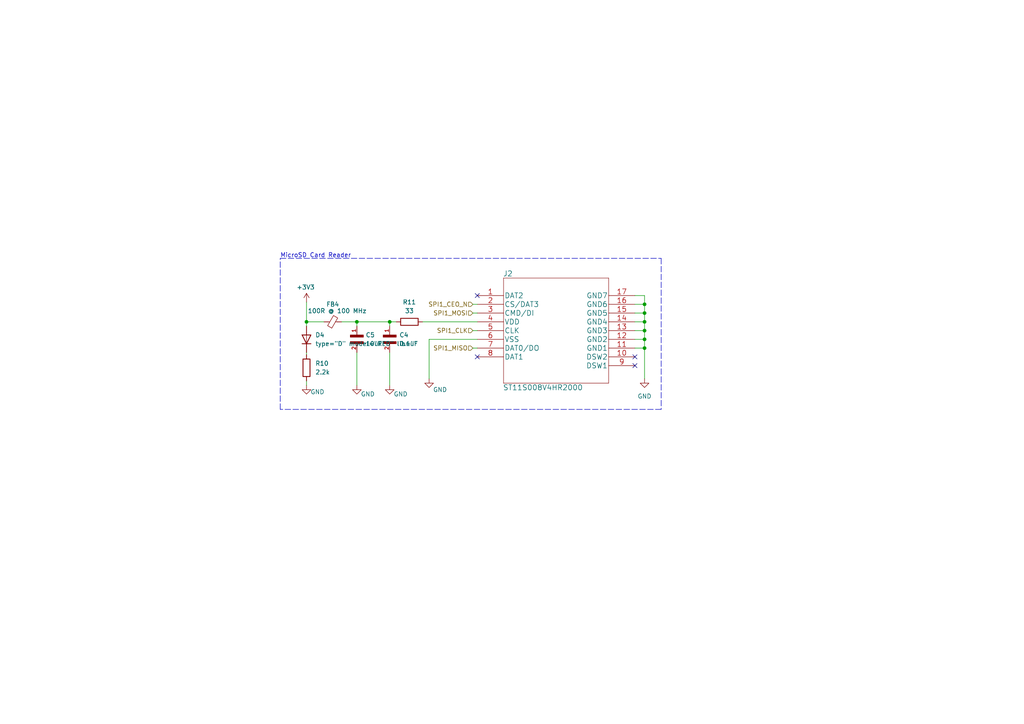
<source format=kicad_sch>
(kicad_sch (version 20211123) (generator eeschema)
  (paper "A4")
  (lib_symbols
    (symbol "Buffer:ST11S008V4HR2000" (pin_names (offset 0.254))
      (property "Reference" "J2" (at 22.86 10.414 0))
      (property "Value" "ST11S008V4HR2000" (at 22.86 6.604 0))
      (symbol "ST11S008V4HR2000_1_1"
        (polyline (pts (xy 7.62 -25.4) (xy 38.1 -25.4)) (stroke (width 0.127)))
        (polyline (pts (xy 7.62 5.08) (xy 7.62 -25.4)) (stroke (width 0.127)))
        (polyline (pts (xy 38.1 -25.4) (xy 38.1 5.08)) (stroke (width 0.127)))
        (polyline (pts (xy 38.1 5.08) (xy 7.62 5.08)) (stroke (width 0.127)))
        (pin bidirectional line (at 0 0 0) (length 7.62) (name "DAT2") (number "1"))
        (pin bidirectional line (at 45.72 -17.78 180) (length 7.62) (name "DSW2") (number "10"))
        (pin power_in line (at 45.72 -15.24 180) (length 7.62) (name "GND1") (number "11"))
        (pin power_in line (at 45.72 -12.7 180) (length 7.62) (name "GND2") (number "12"))
        (pin power_in line (at 45.72 -10.16 180) (length 7.62) (name "GND3") (number "13"))
        (pin power_in line (at 45.72 -7.62 180) (length 7.62) (name "GND4") (number "14"))
        (pin power_in line (at 45.72 -5.08 180) (length 7.62) (name "GND5") (number "15"))
        (pin power_in line (at 45.72 -2.54 180) (length 7.62) (name "GND6") (number "16"))
        (pin power_in line (at 45.72 0 180) (length 7.62) (name "GND7") (number "17"))
        (pin unspecified line (at 0 -2.54 0) (length 7.62) (name "CS/DAT3") (number "2"))
        (pin unspecified line (at 0 -5.08 0) (length 7.62) (name "CMD/DI") (number "3"))
        (pin power_in line (at 0 -7.62 0) (length 7.62) (name "VDD") (number "4"))
        (pin unspecified line (at 0 -10.16 0) (length 7.62) (name "CLK") (number "5"))
        (pin power_in line (at 0 -12.7 0) (length 7.62) (name "VSS") (number "6"))
        (pin bidirectional line (at 0 -15.24 0) (length 7.62) (name "DAT0/DO") (number "7"))
        (pin bidirectional line (at 0 -17.78 0) (length 7.62) (name "DAT1") (number "8"))
        (pin bidirectional line (at 45.72 -20.32 180) (length 7.62) (name "DSW1") (number "9"))
      )
    )
    (symbol "Daughterboard_Symbols:CL10B104KB8NNNL" (pin_names (offset 1.016) hide)
      (property "Reference" "C" (at 0 3.81 0))
      (property "Value" "CL10B104KB8NNNL" (at 0 -5.08 0))
      (symbol "CL10B104KB8NNNL_0_0"
        (rectangle (start 0 -1.905) (end 0.635 1.905) (fill (type outline)))
        (rectangle (start 1.905 -1.905) (end 2.54 1.905) (fill (type outline)))
        (pin passive line (at -2.54 0 0) (length 2.54) (name "~") (number "1"))
        (pin passive line (at 5.08 0 180) (length 2.54) (name "~") (number "2"))
      )
    )
    (symbol "Device:FerriteBead_Small" (pin_numbers hide) (pin_names (offset 0))
      (property "Reference" "FB" (at 1.905 1.27 0))
      (property "Value" "FerriteBead_Small" (at 1.905 -1.27 0))
      (symbol "FerriteBead_Small_0_1"
        (polyline (pts (xy 0 -1.27) (xy 0 -0.7874)))
        (polyline (pts (xy 0 0.889) (xy 0 1.2954)))
        (polyline (pts (xy -1.8288 0.2794) (xy -1.1176 1.4986) (xy 1.8288 -0.2032) (xy 1.1176 -1.4224) (xy -1.8288 0.2794)))
      )
      (symbol "FerriteBead_Small_1_1"
        (pin passive line (at 0 2.54 270) (length 1.27) (name "~") (number "1"))
        (pin passive line (at 0 -2.54 90) (length 1.27) (name "~") (number "2"))
      )
    )
    (symbol "Device:R" (pin_numbers hide) (pin_names (offset 0))
      (property "Reference" "R" (at 2.032 0 90))
      (property "Value" "R" (at 0 0 90))
      (symbol "R_0_1"
        (rectangle (start -1.016 -2.54) (end 1.016 2.54) (stroke (width 0.254)))
      )
      (symbol "R_1_1"
        (pin passive line (at 0 3.81 270) (length 1.27) (name "~") (number "1"))
        (pin passive line (at 0 -3.81 90) (length 1.27) (name "~") (number "2"))
      )
    )
    (symbol "Imported_OBC_Library:+3.3V" (power) (pin_names (offset 0))
      (property "Value" "+3.3V" (at 0 3.556 0))
      (symbol "+3.3V_0_1"
        (polyline (pts (xy -0.762 1.27) (xy 0 2.54)))
        (polyline (pts (xy 0 0) (xy 0 2.54)))
        (polyline (pts (xy 0 2.54) (xy 0.762 1.27)))
      )
      (symbol "+3.3V_1_1"
        (pin power_in line (at 0 0 90) (length 0) hide (name "+3V3") (number "1"))
      )
    )
    (symbol "Simulation_SPICE:DIODE" (pin_numbers hide) (pin_names (offset 1.016) hide)
      (property "Reference" "D" (at 0 2.54 0))
      (property "Value" "DIODE" (at 0 -2.54 0))
      (symbol "DIODE_0_1"
        (polyline (pts (xy 1.27 0) (xy -1.27 0)))
        (polyline (pts (xy 1.27 1.27) (xy 1.27 -1.27)) (stroke (width 0.254)))
        (polyline (pts (xy -1.27 -1.27) (xy -1.27 1.27) (xy 1.27 0) (xy -1.27 -1.27)) (stroke (width 0.254)))
      )
      (symbol "DIODE_1_1"
        (pin passive line (at -3.81 0 0) (length 2.54) (name "A") (number "1"))
        (pin passive line (at 3.81 0 180) (length 2.54) (name "K") (number "2"))
      )
    )
    (symbol "power:GND" (power) (pin_names (offset 0))
      (property "Value" "GND" (at 0 -3.81 0))
      (symbol "GND_0_1"
        (polyline (pts (xy 0 0) (xy 0 -1.27) (xy 1.27 -1.27) (xy 0 -2.54) (xy -1.27 -1.27) (xy 0 -1.27)))
      )
      (symbol "GND_1_1"
        (pin power_in line (at 0 0 270) (length 0) hide (name "GND") (number "1"))
      )
    )
  )
  (junction (at 113.03 93.345))
  (junction (at 186.944 90.805))
  (junction (at 186.944 88.265))
  (junction (at 186.944 93.345))
  (junction (at 186.944 98.425))
  (junction (at 186.944 100.965))
  (junction (at 186.944 95.885))
  (junction (at 88.9 93.345))
  (junction (at 103.505 93.345))
  (no_connect (at 184.15 103.505))
  (no_connect (at 184.15 106.045))
  (no_connect (at 138.43 85.725))
  (no_connect (at 138.43 103.505))
  (polyline (pts (xy 191.77 74.93) (xy 191.77 118.745)))
  (polyline (pts (xy 81.28 74.93) (xy 191.77 74.93)))
  (wire (pts (xy 137.16 100.965) (xy 138.43 100.965)))
  (wire (pts (xy 113.03 93.345) (xy 114.935 93.345)))
  (wire (pts (xy 103.505 93.345) (xy 103.505 94.615)))
  (wire (pts (xy 122.555 93.345) (xy 138.43 93.345)))
  (wire (pts (xy 103.505 93.345) (xy 113.03 93.345)))
  (wire (pts (xy 186.944 98.425) (xy 186.944 100.965)))
  (wire (pts (xy 186.944 88.265) (xy 186.944 90.805)))
  (wire (pts (xy 88.9 93.345) (xy 93.98 93.345)))
  (polyline (pts (xy 81.28 118.745) (xy 81.28 74.93)))
  (wire (pts (xy 99.06 93.345) (xy 103.505 93.345)))
  (wire (pts (xy 137.16 90.805) (xy 138.43 90.805)))
  (wire (pts (xy 184.15 90.805) (xy 186.944 90.805)))
  (wire (pts (xy 113.03 93.345) (xy 113.03 94.615)))
  (wire (pts (xy 88.9 93.345) (xy 88.9 94.615)))
  (wire (pts (xy 184.15 88.265) (xy 186.944 88.265)))
  (polyline (pts (xy 191.77 118.745) (xy 81.28 118.745)))
  (wire (pts (xy 186.944 85.725) (xy 186.944 88.265)))
  (wire (pts (xy 137.16 95.885) (xy 138.43 95.885)))
  (wire (pts (xy 88.9 87.63) (xy 88.9 93.345)))
  (wire (pts (xy 186.944 90.805) (xy 186.944 93.345)))
  (wire (pts (xy 103.505 102.235) (xy 103.505 111.76)))
  (wire (pts (xy 124.46 98.425) (xy 124.46 109.855)))
  (wire (pts (xy 88.9 110.49) (xy 88.9 111.76)))
  (wire (pts (xy 186.944 93.345) (xy 186.944 95.885)))
  (wire (pts (xy 186.944 95.885) (xy 186.944 98.425)))
  (wire (pts (xy 88.9 102.235) (xy 88.9 102.87)))
  (wire (pts (xy 186.944 100.965) (xy 186.944 109.855)))
  (wire (pts (xy 184.15 85.725) (xy 186.944 85.725)))
  (wire (pts (xy 184.15 100.965) (xy 186.944 100.965)))
  (wire (pts (xy 138.43 98.425) (xy 124.46 98.425)))
  (wire (pts (xy 184.15 93.345) (xy 186.944 93.345)))
  (wire (pts (xy 113.03 102.235) (xy 113.03 111.76)))
  (wire (pts (xy 137.16 88.265) (xy 138.43 88.265)))
  (wire (pts (xy 184.15 95.885) (xy 186.944 95.885)))
  (wire (pts (xy 184.15 98.425) (xy 186.944 98.425)))
  (text "MicroSD Card Reader" (at 81.28 74.93 0) (effects (font (size 1.27 1.27)) (justify left bottom)))
  (hierarchical_label "SPI1_CLK" (shape input) (at 137.16 95.885 180))
  (hierarchical_label "SPI1_MISO" (shape input) (at 137.16 100.965 180))
  (hierarchical_label "SPI1_MOSI" (shape input) (at 137.16 90.805 180))
  (hierarchical_label "SPI1_CEO_N" (shape input) (at 137.16 88.265 180))
  (symbol (lib_id "Imported_OBC_Library:+3.3V") (at 88.9 87.63 0) (unit 1)
    (property "Reference" "#PWR010" (effects hide))
    (property "Value" "+3.3V" (at 88.646 83.312 0))
  )
  (symbol (lib_id "Simulation_SPICE:DIODE") (at 88.9 98.425 270) (unit 1)
    (property "Reference" "D4" (at 91.44 97.1549 90) (effects (justify left)))
    (property "Value" "RED" (at 91.44 99.6949 90) (effects (justify left)))
    (property "Footprint" "Daughterboard_footprints:CAPC1608X90N" (effects hide))
    (property "Spice_Netlist_Enabled" "Y" (effects hide))
    (property "Spice_Primitive" "D" (effects hide))
  )
  (symbol (lib_id "Device:FerriteBead_Small") (at 96.52 93.345 90) (unit 1)
    (property "Reference" "FB4" (at 96.52 88.265 90))
    (property "Value" "100R @ 100 MHz" (at 97.79 90.17 90))
    (property "Footprint" "Daughterboard_footprints:BEADC1608X75N" (effects hide))
  )
  (symbol (lib_id "Buffer:ST11S008V4HR2000") (at 138.43 85.725 0) (unit 1)
    (property "Reference" "J2" (at 147.32 79.375 0) (effects (font (size 1.524 1.524))))
    (property "Value" "ST11S008V4HR2000" (at 157.48 112.395 0) (effects (font (size 1.524 1.524))))
    (property "Footprint" "STM32_Breakout:ST11S008V4HR2000" (effects hide))
  )
  (symbol (lib_id "power:GND") (at 113.03 111.76 0) (unit 1)
    (property "Reference" "#PWR013" (effects hide))
    (property "Value" "GND" (at 116.205 114.3 0))
  )
  (symbol (lib_id "power:GND") (at 88.9 111.76 0) (unit 1)
    (property "Reference" "#PWR02" (effects hide))
    (property "Value" "GND" (at 92.075 113.665 0))
  )
  (symbol (lib_id "Daughterboard_Symbols:CL10B104KB8NNNL") (at 113.03 97.155 270) (unit 1)
    (property "Reference" "C4" (at 115.824 97.1549 90) (effects (justify left)))
    (property "Value" "0.1uF" (at 115.824 99.6949 90) (effects (justify left)))
    (property "Footprint" "CAPC1608X90N" (effects hide))
  )
  (symbol (lib_id "power:GND") (at 186.944 109.855 0) (unit 1)
    (property "Reference" "#PWR016" (effects hide))
    (property "Value" "GND" (at 186.944 114.935 0))
  )
  (symbol (lib_id "Device:R") (at 88.9 106.68 0) (unit 1)
    (property "Reference" "R10" (at 91.44 105.4099 0) (effects (justify left)))
    (property "Value" "2.2k" (at 91.44 107.9499 0) (effects (justify left)))
    (property "Footprint" "Daughterboard_footprints:RESC1608X55N" (effects hide))
  )
  (symbol (lib_id "power:GND") (at 124.46 109.855 0) (unit 1)
    (property "Reference" "#PWR015" (effects hide))
    (property "Value" "GND" (at 127.635 113.03 0))
  )
  (symbol (lib_id "power:GND") (at 103.505 111.76 0) (unit 1)
    (property "Reference" "#PWR014" (effects hide))
    (property "Value" "GND" (at 106.68 114.3 0))
  )
  (symbol (lib_id "Daughterboard_Symbols:CL10B104KB8NNNL") (at 103.505 97.155 270) (unit 1)
    (property "Reference" "C5" (at 106.045 97.1549 90) (effects (justify left)))
    (property "Value" "10uF" (at 106.045 99.6949 90) (effects (justify left)))
    (property "Footprint" "CAPC1608X90N" (effects hide))
  )
  (symbol (lib_id "Device:R") (at 118.745 93.345 90) (unit 1)
    (property "Reference" "R11" (at 118.745 87.63 90))
    (property "Value" "33" (at 118.745 90.17 90))
    (property "Footprint" "Daughterboard_footprints:RESC1608X55N" (effects hide))
  )
)
</source>
